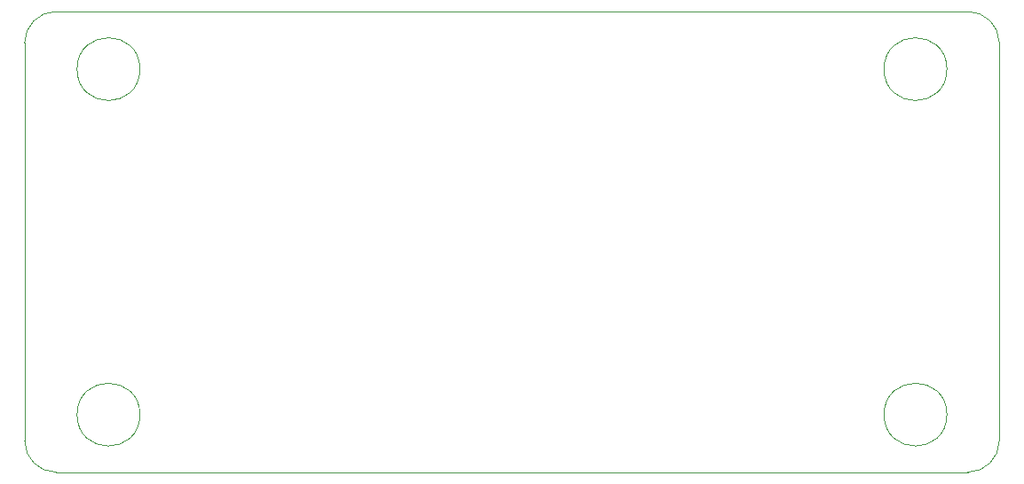
<source format=gm1>
%TF.GenerationSoftware,KiCad,Pcbnew,9.0.0*%
%TF.CreationDate,2025-03-10T10:12:29+01:00*%
%TF.ProjectId,project git rev,70726f6a-6563-4742-9067-697420726576,rev?*%
%TF.SameCoordinates,Original*%
%TF.FileFunction,Profile,NP*%
%FSLAX46Y46*%
G04 Gerber Fmt 4.6, Leading zero omitted, Abs format (unit mm)*
G04 Created by KiCad (PCBNEW 9.0.0) date 2025-03-10 10:12:29*
%MOMM*%
%LPD*%
G01*
G04 APERTURE LIST*
%TA.AperFunction,Profile*%
%ADD10C,0.050000*%
%TD*%
G04 APERTURE END LIST*
D10*
X201000000Y-76500000D02*
X114000000Y-76500000D01*
X201000000Y-76500000D02*
G75*
G02*
X204000000Y-79500000I0J-3000000D01*
G01*
X199000000Y-115000000D02*
G75*
G02*
X193000000Y-115000000I-3000000J0D01*
G01*
X193000000Y-115000000D02*
G75*
G02*
X199000000Y-115000000I3000000J0D01*
G01*
X114000000Y-120500000D02*
G75*
G02*
X111000000Y-117500000I0J3000000D01*
G01*
X204000000Y-117500000D02*
X204000000Y-79500000D01*
X199000000Y-82000000D02*
G75*
G02*
X193000000Y-82000000I-3000000J0D01*
G01*
X193000000Y-82000000D02*
G75*
G02*
X199000000Y-82000000I3000000J0D01*
G01*
X111000000Y-79500000D02*
X111000000Y-117500000D01*
X114000000Y-120500000D02*
X201000000Y-120500000D01*
X204000000Y-117500000D02*
G75*
G02*
X201000000Y-120500000I-3000000J0D01*
G01*
X122000000Y-115000000D02*
G75*
G02*
X116000000Y-115000000I-3000000J0D01*
G01*
X116000000Y-115000000D02*
G75*
G02*
X122000000Y-115000000I3000000J0D01*
G01*
X122000000Y-82000000D02*
G75*
G02*
X116000000Y-82000000I-3000000J0D01*
G01*
X116000000Y-82000000D02*
G75*
G02*
X122000000Y-82000000I3000000J0D01*
G01*
X111000000Y-79500000D02*
G75*
G02*
X114000000Y-76500000I3000000J0D01*
G01*
M02*

</source>
